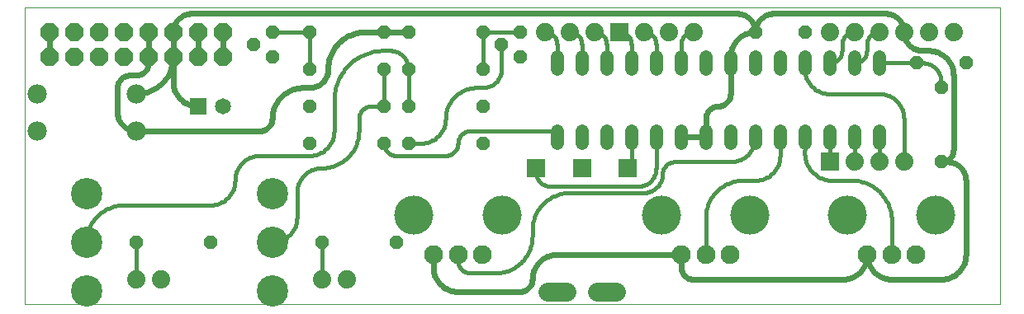
<source format=gtl>
G75*
G70*
%OFA0B0*%
%FSLAX24Y24*%
%IPPOS*%
%LPD*%
%AMOC8*
5,1,8,0,0,1.08239X$1,22.5*
%
%ADD10C,0.0000*%
%ADD11C,0.0520*%
%ADD12C,0.0740*%
%ADD13OC8,0.0520*%
%ADD14C,0.0780*%
%ADD15C,0.0650*%
%ADD16R,0.0650X0.0650*%
%ADD17C,0.1266*%
%ADD18C,0.0760*%
%ADD19C,0.1575*%
%ADD20OC8,0.0740*%
%ADD21R,0.0740X0.0740*%
%ADD22R,0.0768X0.0768*%
%ADD23C,0.0768*%
%ADD24C,0.0160*%
%ADD25C,0.0240*%
D10*
X000300Y006368D02*
X000300Y018368D01*
X039670Y018368D01*
X039670Y006368D01*
X000300Y006368D01*
D11*
X021800Y012858D02*
X021800Y013378D01*
X022800Y013378D02*
X022800Y012858D01*
X023800Y012858D02*
X023800Y013378D01*
X024800Y013378D02*
X024800Y012858D01*
X025800Y012858D02*
X025800Y013378D01*
X026800Y013378D02*
X026800Y012858D01*
X027800Y012858D02*
X027800Y013378D01*
X028800Y013378D02*
X028800Y012858D01*
X029800Y012858D02*
X029800Y013378D01*
X030800Y013378D02*
X030800Y012858D01*
X031800Y012858D02*
X031800Y013378D01*
X032800Y013378D02*
X032800Y012858D01*
X033800Y012858D02*
X033800Y013378D01*
X034800Y013378D02*
X034800Y012858D01*
X034800Y015858D02*
X034800Y016378D01*
X033800Y016378D02*
X033800Y015858D01*
X032800Y015858D02*
X032800Y016378D01*
X031800Y016378D02*
X031800Y015858D01*
X030800Y015858D02*
X030800Y016378D01*
X029800Y016378D02*
X029800Y015858D01*
X028800Y015858D02*
X028800Y016378D01*
X027800Y016378D02*
X027800Y015858D01*
X026800Y015858D02*
X026800Y016378D01*
X025800Y016378D02*
X025800Y015858D01*
X024800Y015858D02*
X024800Y016378D01*
X023800Y016378D02*
X023800Y015858D01*
X022800Y015858D02*
X022800Y016378D01*
X021800Y016378D02*
X021800Y015858D01*
D12*
X021300Y017368D03*
X022300Y017368D03*
X023300Y017368D03*
X025300Y017368D03*
X026300Y017368D03*
X027300Y017368D03*
X032800Y017368D03*
X033800Y017368D03*
X034800Y017368D03*
X035800Y017368D03*
X036800Y017368D03*
X037800Y017368D03*
X035800Y012118D03*
X034800Y012118D03*
X033800Y012118D03*
X013300Y007368D03*
X012300Y007368D03*
X005800Y007368D03*
X004800Y007368D03*
D13*
X004800Y008868D03*
X007800Y008868D03*
X012300Y008868D03*
X015300Y008868D03*
X014800Y012868D03*
X015800Y012868D03*
X015800Y014368D03*
X014800Y014368D03*
X011800Y014368D03*
X011800Y012868D03*
X011800Y015868D03*
X010300Y016368D03*
X009550Y016868D03*
X010300Y017368D03*
X011800Y017368D03*
X014800Y017368D03*
X015800Y017368D03*
X015800Y015868D03*
X014800Y015868D03*
X018800Y015868D03*
X019550Y016868D03*
X020300Y016368D03*
X020300Y017368D03*
X018800Y017368D03*
X018800Y014368D03*
X018800Y012868D03*
X029800Y017368D03*
X031800Y017368D03*
X036300Y016118D03*
X037300Y015118D03*
X038300Y016118D03*
X037300Y012118D03*
D14*
X004800Y013368D03*
X004800Y014868D03*
X000800Y014868D03*
X000800Y013368D03*
D15*
X008300Y014368D03*
D16*
X007300Y014368D03*
D17*
X010300Y010836D03*
X010300Y008868D03*
X010300Y006899D03*
X002800Y006899D03*
X002800Y008868D03*
X002800Y010836D03*
D18*
X016816Y008353D03*
X017800Y008353D03*
X018784Y008353D03*
X026816Y008353D03*
X027800Y008353D03*
X028784Y008353D03*
X034316Y008353D03*
X035300Y008353D03*
X036284Y008353D03*
D19*
X037072Y009968D03*
X033528Y009968D03*
X029572Y009968D03*
X026028Y009968D03*
X019572Y009968D03*
X016028Y009968D03*
D20*
X008300Y016368D03*
X007300Y016368D03*
X006300Y016368D03*
X005300Y016368D03*
X004300Y016368D03*
X003300Y016368D03*
X002300Y016368D03*
X001300Y016368D03*
X001300Y017368D03*
X002300Y017368D03*
X003300Y017368D03*
X004300Y017368D03*
X005300Y017368D03*
X006300Y017368D03*
X007300Y017368D03*
X008300Y017368D03*
D21*
X024300Y017368D03*
X032800Y012118D03*
D22*
X024650Y011868D03*
X022800Y011868D03*
X020950Y011868D03*
D23*
X021416Y006868D02*
X022184Y006868D01*
X023416Y006868D02*
X024184Y006868D01*
D24*
X027800Y008353D02*
X027800Y009868D01*
X027802Y009944D01*
X027808Y010020D01*
X027817Y010095D01*
X027831Y010170D01*
X027848Y010244D01*
X027869Y010317D01*
X027893Y010389D01*
X027922Y010460D01*
X027953Y010529D01*
X027988Y010596D01*
X028027Y010661D01*
X028069Y010725D01*
X028114Y010786D01*
X028162Y010845D01*
X028213Y010901D01*
X028267Y010955D01*
X028323Y011006D01*
X028382Y011054D01*
X028443Y011099D01*
X028507Y011141D01*
X028572Y011180D01*
X028639Y011215D01*
X028708Y011246D01*
X028779Y011275D01*
X028851Y011299D01*
X028924Y011320D01*
X028998Y011337D01*
X029073Y011351D01*
X029148Y011360D01*
X029224Y011366D01*
X029300Y011368D01*
X029800Y011368D01*
X028800Y012118D02*
X026550Y012118D01*
X025800Y011868D02*
X025800Y013118D01*
X024800Y013118D02*
X024800Y012018D01*
X024798Y011995D01*
X024793Y011972D01*
X024784Y011950D01*
X024771Y011930D01*
X024756Y011912D01*
X024738Y011897D01*
X024718Y011884D01*
X024696Y011875D01*
X024673Y011870D01*
X024650Y011868D01*
X025050Y011118D02*
X025104Y011120D01*
X025157Y011126D01*
X025209Y011135D01*
X025261Y011148D01*
X025312Y011165D01*
X025362Y011186D01*
X025409Y011210D01*
X025455Y011237D01*
X025499Y011268D01*
X025541Y011301D01*
X025580Y011338D01*
X025617Y011377D01*
X025650Y011419D01*
X025681Y011463D01*
X025708Y011509D01*
X025732Y011556D01*
X025753Y011606D01*
X025770Y011657D01*
X025783Y011709D01*
X025792Y011761D01*
X025798Y011814D01*
X025800Y011868D01*
X026050Y011618D02*
X026048Y011564D01*
X026042Y011511D01*
X026033Y011459D01*
X026020Y011407D01*
X026003Y011356D01*
X025982Y011306D01*
X025958Y011259D01*
X025931Y011213D01*
X025900Y011169D01*
X025867Y011127D01*
X025830Y011088D01*
X025791Y011051D01*
X025749Y011018D01*
X025705Y010987D01*
X025659Y010960D01*
X025612Y010936D01*
X025562Y010915D01*
X025511Y010898D01*
X025459Y010885D01*
X025407Y010876D01*
X025354Y010870D01*
X025300Y010868D01*
X022300Y010868D01*
X021550Y011118D02*
X025050Y011118D01*
X026050Y011618D02*
X026052Y011662D01*
X026058Y011705D01*
X026067Y011747D01*
X026080Y011789D01*
X026097Y011829D01*
X026117Y011868D01*
X026140Y011905D01*
X026167Y011939D01*
X026196Y011972D01*
X026229Y012001D01*
X026263Y012028D01*
X026300Y012051D01*
X026339Y012071D01*
X026379Y012088D01*
X026421Y012101D01*
X026463Y012110D01*
X026506Y012116D01*
X026550Y012118D01*
X028800Y012118D02*
X028860Y012120D01*
X028921Y012125D01*
X028980Y012134D01*
X029039Y012147D01*
X029098Y012163D01*
X029155Y012183D01*
X029210Y012206D01*
X029265Y012233D01*
X029317Y012262D01*
X029368Y012295D01*
X029417Y012331D01*
X029463Y012369D01*
X029507Y012411D01*
X029549Y012455D01*
X029587Y012501D01*
X029623Y012550D01*
X029656Y012601D01*
X029685Y012653D01*
X029712Y012708D01*
X029735Y012763D01*
X029755Y012820D01*
X029771Y012879D01*
X029784Y012938D01*
X029793Y012997D01*
X029798Y013058D01*
X029800Y013118D01*
X030800Y013118D02*
X030800Y012368D01*
X031800Y012618D02*
X031800Y013118D01*
X032800Y013118D02*
X032800Y012118D01*
X032800Y011368D02*
X032735Y011377D01*
X032670Y011390D01*
X032607Y011407D01*
X032544Y011427D01*
X032483Y011451D01*
X032423Y011479D01*
X032365Y011509D01*
X032308Y011544D01*
X032254Y011581D01*
X032202Y011622D01*
X032153Y011665D01*
X032106Y011711D01*
X032062Y011760D01*
X032021Y011812D01*
X031983Y011866D01*
X031948Y011921D01*
X031916Y011979D01*
X031888Y012039D01*
X031863Y012100D01*
X031842Y012162D01*
X031825Y012226D01*
X031811Y012290D01*
X031801Y012355D01*
X031795Y012421D01*
X031793Y012487D01*
X031795Y012552D01*
X031800Y012618D01*
X030800Y012368D02*
X030798Y012308D01*
X030793Y012247D01*
X030784Y012188D01*
X030771Y012129D01*
X030755Y012070D01*
X030735Y012013D01*
X030712Y011958D01*
X030685Y011903D01*
X030656Y011851D01*
X030623Y011800D01*
X030587Y011751D01*
X030549Y011705D01*
X030507Y011661D01*
X030463Y011619D01*
X030417Y011581D01*
X030368Y011545D01*
X030317Y011512D01*
X030265Y011483D01*
X030210Y011456D01*
X030155Y011433D01*
X030098Y011413D01*
X030039Y011397D01*
X029980Y011384D01*
X029921Y011375D01*
X029860Y011370D01*
X029800Y011368D01*
X032800Y011368D02*
X033800Y011368D01*
X033800Y012118D02*
X033800Y013118D01*
X034800Y013118D02*
X034800Y012118D01*
X035800Y012118D02*
X035800Y013868D01*
X035798Y013928D01*
X035793Y013989D01*
X035784Y014048D01*
X035771Y014107D01*
X035755Y014166D01*
X035735Y014223D01*
X035712Y014278D01*
X035685Y014333D01*
X035656Y014385D01*
X035623Y014436D01*
X035587Y014485D01*
X035549Y014531D01*
X035507Y014575D01*
X035463Y014617D01*
X035417Y014655D01*
X035368Y014691D01*
X035317Y014724D01*
X035265Y014753D01*
X035210Y014780D01*
X035155Y014803D01*
X035098Y014823D01*
X035039Y014839D01*
X034980Y014852D01*
X034921Y014861D01*
X034860Y014866D01*
X034800Y014868D01*
X032800Y014868D01*
X032740Y014870D01*
X032679Y014875D01*
X032620Y014884D01*
X032561Y014897D01*
X032502Y014913D01*
X032445Y014933D01*
X032390Y014956D01*
X032335Y014983D01*
X032283Y015012D01*
X032232Y015045D01*
X032183Y015081D01*
X032137Y015119D01*
X032093Y015161D01*
X032051Y015205D01*
X032013Y015251D01*
X031977Y015300D01*
X031944Y015351D01*
X031915Y015403D01*
X031888Y015458D01*
X031865Y015513D01*
X031845Y015570D01*
X031829Y015629D01*
X031816Y015688D01*
X031807Y015747D01*
X031802Y015808D01*
X031800Y015868D01*
X031800Y016118D01*
X032800Y016118D02*
X032844Y016120D01*
X032887Y016126D01*
X032929Y016135D01*
X032971Y016148D01*
X033011Y016165D01*
X033050Y016185D01*
X033087Y016208D01*
X033121Y016235D01*
X033154Y016264D01*
X033183Y016297D01*
X033210Y016331D01*
X033233Y016368D01*
X033253Y016407D01*
X033270Y016447D01*
X033283Y016489D01*
X033292Y016531D01*
X033298Y016574D01*
X033300Y016618D01*
X033300Y016868D01*
X033302Y016912D01*
X033308Y016955D01*
X033317Y016997D01*
X033330Y017039D01*
X033347Y017079D01*
X033367Y017118D01*
X033390Y017155D01*
X033417Y017189D01*
X033446Y017222D01*
X033479Y017251D01*
X033513Y017278D01*
X033550Y017301D01*
X033589Y017321D01*
X033629Y017338D01*
X033671Y017351D01*
X033713Y017360D01*
X033756Y017366D01*
X033800Y017368D01*
X034300Y016868D02*
X034300Y016618D01*
X034298Y016574D01*
X034292Y016531D01*
X034283Y016489D01*
X034270Y016447D01*
X034253Y016407D01*
X034233Y016368D01*
X034210Y016331D01*
X034183Y016297D01*
X034154Y016264D01*
X034121Y016235D01*
X034087Y016208D01*
X034050Y016185D01*
X034011Y016165D01*
X033971Y016148D01*
X033929Y016135D01*
X033887Y016126D01*
X033844Y016120D01*
X033800Y016118D01*
X034800Y016118D02*
X036300Y016118D01*
X036550Y016118D01*
X036604Y016116D01*
X036657Y016110D01*
X036709Y016101D01*
X036761Y016088D01*
X036812Y016071D01*
X036862Y016050D01*
X036909Y016026D01*
X036955Y015999D01*
X036999Y015968D01*
X037041Y015935D01*
X037080Y015898D01*
X037117Y015859D01*
X037150Y015817D01*
X037181Y015773D01*
X037208Y015727D01*
X037232Y015680D01*
X037253Y015630D01*
X037270Y015579D01*
X037283Y015527D01*
X037292Y015475D01*
X037298Y015422D01*
X037300Y015368D01*
X037300Y015118D01*
X034800Y017368D02*
X034756Y017366D01*
X034713Y017360D01*
X034671Y017351D01*
X034629Y017338D01*
X034589Y017321D01*
X034550Y017301D01*
X034513Y017278D01*
X034479Y017251D01*
X034446Y017222D01*
X034417Y017189D01*
X034390Y017155D01*
X034367Y017118D01*
X034347Y017079D01*
X034330Y017039D01*
X034317Y016997D01*
X034308Y016955D01*
X034302Y016912D01*
X034300Y016868D01*
X027300Y017368D02*
X027256Y017366D01*
X027213Y017360D01*
X027171Y017351D01*
X027129Y017338D01*
X027089Y017321D01*
X027050Y017301D01*
X027013Y017278D01*
X026979Y017251D01*
X026946Y017222D01*
X026917Y017189D01*
X026890Y017155D01*
X026867Y017118D01*
X026847Y017079D01*
X026830Y017039D01*
X026817Y016997D01*
X026808Y016955D01*
X026802Y016912D01*
X026800Y016868D01*
X026800Y016118D01*
X025800Y016118D02*
X025800Y016868D01*
X025798Y016912D01*
X025792Y016955D01*
X025783Y016997D01*
X025770Y017039D01*
X025753Y017079D01*
X025733Y017118D01*
X025710Y017155D01*
X025683Y017189D01*
X025654Y017222D01*
X025621Y017251D01*
X025587Y017278D01*
X025550Y017301D01*
X025511Y017321D01*
X025471Y017338D01*
X025429Y017351D01*
X025387Y017360D01*
X025344Y017366D01*
X025300Y017368D01*
X024800Y016868D02*
X024800Y016118D01*
X024800Y016868D02*
X024798Y016912D01*
X024792Y016955D01*
X024783Y016997D01*
X024770Y017039D01*
X024753Y017079D01*
X024733Y017118D01*
X024710Y017155D01*
X024683Y017189D01*
X024654Y017222D01*
X024621Y017251D01*
X024587Y017278D01*
X024550Y017301D01*
X024511Y017321D01*
X024471Y017338D01*
X024429Y017351D01*
X024387Y017360D01*
X024344Y017366D01*
X024300Y017368D01*
X023800Y016868D02*
X023800Y016118D01*
X022800Y016118D02*
X022800Y016868D01*
X022798Y016912D01*
X022792Y016955D01*
X022783Y016997D01*
X022770Y017039D01*
X022753Y017079D01*
X022733Y017118D01*
X022710Y017155D01*
X022683Y017189D01*
X022654Y017222D01*
X022621Y017251D01*
X022587Y017278D01*
X022550Y017301D01*
X022511Y017321D01*
X022471Y017338D01*
X022429Y017351D01*
X022387Y017360D01*
X022344Y017366D01*
X022300Y017368D01*
X021800Y016868D02*
X021800Y016118D01*
X021800Y016868D02*
X021798Y016912D01*
X021792Y016955D01*
X021783Y016997D01*
X021770Y017039D01*
X021753Y017079D01*
X021733Y017118D01*
X021710Y017155D01*
X021683Y017189D01*
X021654Y017222D01*
X021621Y017251D01*
X021587Y017278D01*
X021550Y017301D01*
X021511Y017321D01*
X021471Y017338D01*
X021429Y017351D01*
X021387Y017360D01*
X021344Y017366D01*
X021300Y017368D01*
X020300Y017368D02*
X018800Y017368D01*
X018800Y015868D01*
X018800Y015118D02*
X018854Y015120D01*
X018907Y015126D01*
X018959Y015135D01*
X019011Y015148D01*
X019062Y015165D01*
X019112Y015186D01*
X019159Y015210D01*
X019205Y015237D01*
X019249Y015268D01*
X019291Y015301D01*
X019330Y015338D01*
X019367Y015377D01*
X019400Y015419D01*
X019431Y015463D01*
X019458Y015509D01*
X019482Y015556D01*
X019503Y015606D01*
X019520Y015657D01*
X019533Y015709D01*
X019542Y015761D01*
X019548Y015814D01*
X019550Y015868D01*
X019550Y016868D01*
X018800Y015118D02*
X018550Y015118D01*
X018482Y015116D01*
X018415Y015111D01*
X018348Y015102D01*
X018281Y015089D01*
X018216Y015072D01*
X018151Y015053D01*
X018087Y015029D01*
X018025Y015002D01*
X017964Y014972D01*
X017906Y014939D01*
X017849Y014903D01*
X017794Y014863D01*
X017741Y014821D01*
X017690Y014775D01*
X017643Y014728D01*
X017597Y014677D01*
X017555Y014624D01*
X017515Y014569D01*
X017479Y014512D01*
X017446Y014454D01*
X017416Y014393D01*
X017389Y014331D01*
X017365Y014267D01*
X017346Y014202D01*
X017329Y014137D01*
X017316Y014070D01*
X017307Y014003D01*
X017302Y013936D01*
X017300Y013868D01*
X017298Y013808D01*
X017293Y013747D01*
X017284Y013688D01*
X017271Y013629D01*
X017255Y013570D01*
X017235Y013513D01*
X017212Y013458D01*
X017185Y013403D01*
X017156Y013351D01*
X017123Y013300D01*
X017087Y013251D01*
X017049Y013205D01*
X017007Y013161D01*
X016963Y013119D01*
X016917Y013081D01*
X016868Y013045D01*
X016817Y013012D01*
X016765Y012983D01*
X016710Y012956D01*
X016655Y012933D01*
X016598Y012913D01*
X016539Y012897D01*
X016480Y012884D01*
X016421Y012875D01*
X016360Y012870D01*
X016300Y012868D01*
X015800Y012868D01*
X015300Y012368D02*
X015256Y012370D01*
X015213Y012376D01*
X015171Y012385D01*
X015129Y012398D01*
X015089Y012415D01*
X015050Y012435D01*
X015013Y012458D01*
X014979Y012485D01*
X014946Y012514D01*
X014917Y012547D01*
X014890Y012581D01*
X014867Y012618D01*
X014847Y012657D01*
X014830Y012697D01*
X014817Y012739D01*
X014808Y012781D01*
X014802Y012824D01*
X014800Y012868D01*
X015300Y012368D02*
X017300Y012368D01*
X017344Y012370D01*
X017387Y012376D01*
X017429Y012385D01*
X017471Y012398D01*
X017511Y012415D01*
X017550Y012435D01*
X017587Y012458D01*
X017621Y012485D01*
X017654Y012514D01*
X017683Y012547D01*
X017710Y012581D01*
X017733Y012618D01*
X017753Y012657D01*
X017770Y012697D01*
X017783Y012739D01*
X017792Y012781D01*
X017798Y012824D01*
X017800Y012868D01*
X017802Y012912D01*
X017808Y012955D01*
X017817Y012997D01*
X017830Y013039D01*
X017847Y013079D01*
X017867Y013118D01*
X017890Y013155D01*
X017917Y013189D01*
X017946Y013222D01*
X017979Y013251D01*
X018013Y013278D01*
X018050Y013301D01*
X018089Y013321D01*
X018129Y013338D01*
X018171Y013351D01*
X018213Y013360D01*
X018256Y013366D01*
X018300Y013368D01*
X021550Y013368D01*
X021580Y013366D01*
X021610Y013361D01*
X021639Y013352D01*
X021666Y013339D01*
X021692Y013324D01*
X021716Y013305D01*
X021737Y013284D01*
X021756Y013260D01*
X021771Y013234D01*
X021784Y013207D01*
X021793Y013178D01*
X021798Y013148D01*
X021800Y013118D01*
X020950Y011868D02*
X020950Y011718D01*
X020952Y011671D01*
X020957Y011624D01*
X020967Y011578D01*
X020979Y011533D01*
X020996Y011488D01*
X021015Y011446D01*
X021038Y011405D01*
X021065Y011365D01*
X021094Y011328D01*
X021126Y011294D01*
X021160Y011262D01*
X021197Y011233D01*
X021237Y011206D01*
X021278Y011183D01*
X021320Y011164D01*
X021365Y011147D01*
X021410Y011135D01*
X021456Y011125D01*
X021503Y011120D01*
X021550Y011118D01*
X020800Y009368D02*
X020800Y009118D01*
X020798Y009042D01*
X020792Y008966D01*
X020783Y008891D01*
X020769Y008816D01*
X020752Y008742D01*
X020731Y008669D01*
X020707Y008597D01*
X020678Y008526D01*
X020647Y008457D01*
X020612Y008390D01*
X020573Y008325D01*
X020531Y008261D01*
X020486Y008200D01*
X020438Y008141D01*
X020387Y008085D01*
X020333Y008031D01*
X020277Y007980D01*
X020218Y007932D01*
X020157Y007887D01*
X020093Y007845D01*
X020028Y007806D01*
X019961Y007771D01*
X019892Y007740D01*
X019821Y007711D01*
X019749Y007687D01*
X019676Y007666D01*
X019602Y007649D01*
X019527Y007635D01*
X019452Y007626D01*
X019376Y007620D01*
X019300Y007618D01*
X018300Y007618D01*
X018256Y007620D01*
X018213Y007626D01*
X018171Y007635D01*
X018129Y007648D01*
X018089Y007665D01*
X018050Y007685D01*
X018013Y007708D01*
X017979Y007735D01*
X017946Y007764D01*
X017917Y007797D01*
X017890Y007831D01*
X017867Y007868D01*
X017847Y007907D01*
X017830Y007947D01*
X017817Y007989D01*
X017808Y008031D01*
X017802Y008074D01*
X017800Y008118D01*
X017800Y008353D01*
X020800Y009368D02*
X020802Y009444D01*
X020808Y009520D01*
X020817Y009595D01*
X020831Y009670D01*
X020848Y009744D01*
X020869Y009817D01*
X020893Y009889D01*
X020922Y009960D01*
X020953Y010029D01*
X020988Y010096D01*
X021027Y010161D01*
X021069Y010225D01*
X021114Y010286D01*
X021162Y010345D01*
X021213Y010401D01*
X021267Y010455D01*
X021323Y010506D01*
X021382Y010554D01*
X021443Y010599D01*
X021507Y010641D01*
X021572Y010680D01*
X021639Y010715D01*
X021708Y010746D01*
X021779Y010775D01*
X021851Y010799D01*
X021924Y010820D01*
X021998Y010837D01*
X022073Y010851D01*
X022148Y010860D01*
X022224Y010866D01*
X022300Y010868D01*
X015800Y014368D02*
X015800Y015868D01*
X015798Y015922D01*
X015792Y015975D01*
X015783Y016027D01*
X015770Y016079D01*
X015753Y016130D01*
X015732Y016180D01*
X015708Y016227D01*
X015681Y016273D01*
X015650Y016317D01*
X015617Y016359D01*
X015580Y016398D01*
X015541Y016435D01*
X015499Y016468D01*
X015455Y016499D01*
X015409Y016526D01*
X015362Y016550D01*
X015312Y016571D01*
X015261Y016588D01*
X015209Y016601D01*
X015157Y016610D01*
X015104Y016616D01*
X015050Y016618D01*
X014800Y016618D01*
X014800Y015868D02*
X014800Y014368D01*
X014300Y014368D01*
X014256Y014366D01*
X014213Y014360D01*
X014171Y014351D01*
X014129Y014338D01*
X014089Y014321D01*
X014050Y014301D01*
X014013Y014278D01*
X013979Y014251D01*
X013946Y014222D01*
X013917Y014189D01*
X013890Y014155D01*
X013867Y014118D01*
X013847Y014079D01*
X013830Y014039D01*
X013817Y013997D01*
X013808Y013955D01*
X013802Y013912D01*
X013800Y013868D01*
X013800Y013368D01*
X012800Y013368D02*
X012800Y014618D01*
X012802Y014713D01*
X012809Y014808D01*
X012820Y014903D01*
X012836Y014997D01*
X012856Y015090D01*
X012881Y015181D01*
X012910Y015272D01*
X012943Y015361D01*
X012981Y015449D01*
X013022Y015534D01*
X013068Y015618D01*
X013117Y015699D01*
X013171Y015778D01*
X013228Y015854D01*
X013289Y015928D01*
X013353Y015998D01*
X013420Y016065D01*
X013490Y016129D01*
X013564Y016190D01*
X013640Y016247D01*
X013719Y016301D01*
X013800Y016350D01*
X013884Y016396D01*
X013969Y016437D01*
X014057Y016475D01*
X014146Y016508D01*
X014237Y016537D01*
X014328Y016562D01*
X014421Y016582D01*
X014515Y016598D01*
X014610Y016609D01*
X014705Y016616D01*
X014800Y016618D01*
X011800Y017368D02*
X011800Y015868D01*
X011800Y017368D02*
X010300Y017368D01*
X012800Y013368D02*
X012798Y013308D01*
X012793Y013247D01*
X012784Y013188D01*
X012771Y013129D01*
X012755Y013070D01*
X012735Y013013D01*
X012712Y012958D01*
X012685Y012903D01*
X012656Y012851D01*
X012623Y012800D01*
X012587Y012751D01*
X012549Y012705D01*
X012507Y012661D01*
X012463Y012619D01*
X012417Y012581D01*
X012368Y012545D01*
X012317Y012512D01*
X012265Y012483D01*
X012210Y012456D01*
X012155Y012433D01*
X012098Y012413D01*
X012039Y012397D01*
X011980Y012384D01*
X011921Y012375D01*
X011860Y012370D01*
X011800Y012368D01*
X009800Y012368D01*
X009740Y012366D01*
X009679Y012361D01*
X009620Y012352D01*
X009561Y012339D01*
X009502Y012323D01*
X009445Y012303D01*
X009390Y012280D01*
X009335Y012253D01*
X009283Y012224D01*
X009232Y012191D01*
X009183Y012155D01*
X009137Y012117D01*
X009093Y012075D01*
X009051Y012031D01*
X009013Y011985D01*
X008977Y011936D01*
X008944Y011885D01*
X008915Y011833D01*
X008888Y011778D01*
X008865Y011723D01*
X008845Y011666D01*
X008829Y011607D01*
X008816Y011548D01*
X008807Y011489D01*
X008802Y011428D01*
X008800Y011368D01*
X008798Y011308D01*
X008793Y011247D01*
X008784Y011188D01*
X008771Y011129D01*
X008755Y011070D01*
X008735Y011013D01*
X008712Y010958D01*
X008685Y010903D01*
X008656Y010851D01*
X008623Y010800D01*
X008587Y010751D01*
X008549Y010705D01*
X008507Y010661D01*
X008463Y010619D01*
X008417Y010581D01*
X008368Y010545D01*
X008317Y010512D01*
X008265Y010483D01*
X008210Y010456D01*
X008155Y010433D01*
X008098Y010413D01*
X008039Y010397D01*
X007980Y010384D01*
X007921Y010375D01*
X007860Y010370D01*
X007800Y010368D01*
X004300Y010368D01*
X004224Y010366D01*
X004148Y010360D01*
X004073Y010351D01*
X003998Y010337D01*
X003924Y010320D01*
X003851Y010299D01*
X003779Y010275D01*
X003708Y010246D01*
X003639Y010215D01*
X003572Y010180D01*
X003507Y010141D01*
X003443Y010099D01*
X003382Y010054D01*
X003323Y010006D01*
X003267Y009955D01*
X003213Y009901D01*
X003162Y009845D01*
X003114Y009786D01*
X003069Y009725D01*
X003027Y009661D01*
X002988Y009596D01*
X002953Y009529D01*
X002922Y009460D01*
X002893Y009389D01*
X002869Y009317D01*
X002848Y009244D01*
X002831Y009170D01*
X002817Y009095D01*
X002808Y009020D01*
X002802Y008944D01*
X002800Y008868D01*
X004800Y008868D02*
X004800Y007368D01*
X010300Y008868D02*
X010360Y008870D01*
X010421Y008875D01*
X010480Y008884D01*
X010539Y008897D01*
X010598Y008913D01*
X010655Y008933D01*
X010710Y008956D01*
X010765Y008983D01*
X010817Y009012D01*
X010868Y009045D01*
X010917Y009081D01*
X010963Y009119D01*
X011007Y009161D01*
X011049Y009205D01*
X011087Y009251D01*
X011123Y009300D01*
X011156Y009351D01*
X011185Y009403D01*
X011212Y009458D01*
X011235Y009513D01*
X011255Y009570D01*
X011271Y009629D01*
X011284Y009688D01*
X011293Y009747D01*
X011298Y009808D01*
X011300Y009868D01*
X011300Y010868D01*
X011302Y010928D01*
X011307Y010989D01*
X011316Y011048D01*
X011329Y011107D01*
X011345Y011166D01*
X011365Y011223D01*
X011388Y011278D01*
X011415Y011333D01*
X011444Y011385D01*
X011477Y011436D01*
X011513Y011485D01*
X011551Y011531D01*
X011593Y011575D01*
X011637Y011617D01*
X011683Y011655D01*
X011732Y011691D01*
X011783Y011724D01*
X011835Y011753D01*
X011890Y011780D01*
X011945Y011803D01*
X012002Y011823D01*
X012061Y011839D01*
X012120Y011852D01*
X012179Y011861D01*
X012240Y011866D01*
X012300Y011868D01*
X012376Y011870D01*
X012452Y011876D01*
X012527Y011885D01*
X012602Y011899D01*
X012676Y011916D01*
X012749Y011937D01*
X012821Y011961D01*
X012892Y011990D01*
X012961Y012021D01*
X013028Y012056D01*
X013093Y012095D01*
X013157Y012137D01*
X013218Y012182D01*
X013277Y012230D01*
X013333Y012281D01*
X013387Y012335D01*
X013438Y012391D01*
X013486Y012450D01*
X013531Y012511D01*
X013573Y012575D01*
X013612Y012640D01*
X013647Y012707D01*
X013678Y012776D01*
X013707Y012847D01*
X013731Y012919D01*
X013752Y012992D01*
X013769Y013066D01*
X013783Y013141D01*
X013792Y013216D01*
X013798Y013292D01*
X013800Y013368D01*
X012300Y008868D02*
X012300Y007368D01*
X023300Y017368D02*
X023344Y017366D01*
X023387Y017360D01*
X023429Y017351D01*
X023471Y017338D01*
X023511Y017321D01*
X023550Y017301D01*
X023587Y017278D01*
X023621Y017251D01*
X023654Y017222D01*
X023683Y017189D01*
X023710Y017155D01*
X023733Y017118D01*
X023753Y017079D01*
X023770Y017039D01*
X023783Y016997D01*
X023792Y016955D01*
X023798Y016912D01*
X023800Y016868D01*
X033800Y011368D02*
X033880Y011360D01*
X033959Y011348D01*
X034037Y011332D01*
X034115Y011313D01*
X034191Y011289D01*
X034266Y011262D01*
X034340Y011231D01*
X034412Y011197D01*
X034483Y011159D01*
X034551Y011117D01*
X034618Y011073D01*
X034682Y011025D01*
X034744Y010974D01*
X034803Y010920D01*
X034859Y010863D01*
X034913Y010804D01*
X034963Y010742D01*
X035011Y010677D01*
X035055Y010611D01*
X035096Y010542D01*
X035133Y010471D01*
X035167Y010399D01*
X035198Y010325D01*
X035224Y010249D01*
X035247Y010173D01*
X035267Y010095D01*
X035282Y010017D01*
X035293Y009937D01*
X035301Y009858D01*
X035305Y009778D01*
X035304Y009698D01*
X035300Y009618D01*
X035300Y008353D01*
D25*
X034316Y008352D02*
X034318Y008290D01*
X034324Y008229D01*
X034333Y008168D01*
X034347Y008107D01*
X034364Y008048D01*
X034385Y007990D01*
X034410Y007933D01*
X034438Y007878D01*
X034469Y007825D01*
X034504Y007774D01*
X034542Y007725D01*
X034583Y007678D01*
X034626Y007635D01*
X034673Y007594D01*
X034722Y007556D01*
X034773Y007521D01*
X034826Y007490D01*
X034881Y007462D01*
X034938Y007437D01*
X034996Y007416D01*
X035055Y007399D01*
X035116Y007385D01*
X035177Y007376D01*
X035238Y007370D01*
X035300Y007368D01*
X037300Y007368D01*
X037360Y007370D01*
X037421Y007375D01*
X037480Y007384D01*
X037539Y007397D01*
X037598Y007413D01*
X037655Y007433D01*
X037710Y007456D01*
X037765Y007483D01*
X037817Y007512D01*
X037868Y007545D01*
X037917Y007581D01*
X037963Y007619D01*
X038007Y007661D01*
X038049Y007705D01*
X038087Y007751D01*
X038123Y007800D01*
X038156Y007851D01*
X038185Y007903D01*
X038212Y007958D01*
X038235Y008013D01*
X038255Y008070D01*
X038271Y008129D01*
X038284Y008188D01*
X038293Y008247D01*
X038298Y008308D01*
X038300Y008368D01*
X038300Y011368D01*
X038298Y011422D01*
X038292Y011475D01*
X038283Y011527D01*
X038270Y011579D01*
X038253Y011630D01*
X038232Y011680D01*
X038208Y011727D01*
X038181Y011773D01*
X038150Y011817D01*
X038117Y011859D01*
X038080Y011898D01*
X038041Y011935D01*
X037999Y011968D01*
X037955Y011999D01*
X037909Y012026D01*
X037862Y012050D01*
X037812Y012071D01*
X037761Y012088D01*
X037709Y012101D01*
X037657Y012110D01*
X037604Y012116D01*
X037550Y012118D01*
X037300Y012118D01*
X037344Y012120D01*
X037387Y012126D01*
X037429Y012135D01*
X037471Y012148D01*
X037511Y012165D01*
X037550Y012185D01*
X037587Y012208D01*
X037621Y012235D01*
X037654Y012264D01*
X037683Y012297D01*
X037710Y012331D01*
X037733Y012368D01*
X037753Y012407D01*
X037770Y012447D01*
X037783Y012489D01*
X037792Y012531D01*
X037798Y012574D01*
X037800Y012618D01*
X037800Y015618D01*
X037798Y015678D01*
X037793Y015739D01*
X037784Y015798D01*
X037771Y015857D01*
X037755Y015916D01*
X037735Y015973D01*
X037712Y016028D01*
X037685Y016083D01*
X037656Y016135D01*
X037623Y016186D01*
X037587Y016235D01*
X037549Y016281D01*
X037507Y016325D01*
X037463Y016367D01*
X037417Y016405D01*
X037368Y016441D01*
X037317Y016474D01*
X037265Y016503D01*
X037210Y016530D01*
X037155Y016553D01*
X037098Y016573D01*
X037039Y016589D01*
X036980Y016602D01*
X036921Y016611D01*
X036860Y016616D01*
X036800Y016618D01*
X036550Y016618D01*
X036496Y016620D01*
X036443Y016626D01*
X036391Y016635D01*
X036339Y016648D01*
X036288Y016665D01*
X036238Y016686D01*
X036191Y016710D01*
X036145Y016737D01*
X036101Y016768D01*
X036059Y016801D01*
X036020Y016838D01*
X035983Y016877D01*
X035950Y016919D01*
X035919Y016963D01*
X035892Y017009D01*
X035868Y017056D01*
X035847Y017106D01*
X035830Y017157D01*
X035817Y017209D01*
X035808Y017261D01*
X035802Y017314D01*
X035800Y017368D01*
X035798Y017422D01*
X035792Y017475D01*
X035783Y017527D01*
X035770Y017579D01*
X035753Y017630D01*
X035732Y017680D01*
X035708Y017727D01*
X035681Y017773D01*
X035650Y017817D01*
X035617Y017859D01*
X035580Y017898D01*
X035541Y017935D01*
X035499Y017968D01*
X035455Y017999D01*
X035409Y018026D01*
X035362Y018050D01*
X035312Y018071D01*
X035261Y018088D01*
X035209Y018101D01*
X035157Y018110D01*
X035104Y018116D01*
X035050Y018118D01*
X030550Y018118D01*
X030496Y018116D01*
X030443Y018110D01*
X030391Y018101D01*
X030339Y018088D01*
X030288Y018071D01*
X030238Y018050D01*
X030191Y018026D01*
X030145Y017999D01*
X030101Y017968D01*
X030059Y017935D01*
X030020Y017898D01*
X029983Y017859D01*
X029950Y017817D01*
X029919Y017773D01*
X029892Y017727D01*
X029868Y017680D01*
X029847Y017630D01*
X029830Y017579D01*
X029817Y017527D01*
X029808Y017475D01*
X029802Y017422D01*
X029800Y017368D01*
X029798Y017422D01*
X029792Y017475D01*
X029783Y017527D01*
X029770Y017579D01*
X029753Y017630D01*
X029732Y017680D01*
X029708Y017727D01*
X029681Y017773D01*
X029650Y017817D01*
X029617Y017859D01*
X029580Y017898D01*
X029541Y017935D01*
X029499Y017968D01*
X029455Y017999D01*
X029409Y018026D01*
X029362Y018050D01*
X029312Y018071D01*
X029261Y018088D01*
X029209Y018101D01*
X029157Y018110D01*
X029104Y018116D01*
X029050Y018118D01*
X007050Y018118D01*
X006996Y018116D01*
X006943Y018110D01*
X006891Y018101D01*
X006839Y018088D01*
X006788Y018071D01*
X006738Y018050D01*
X006691Y018026D01*
X006645Y017999D01*
X006601Y017968D01*
X006559Y017935D01*
X006520Y017898D01*
X006483Y017859D01*
X006450Y017817D01*
X006419Y017773D01*
X006392Y017727D01*
X006368Y017680D01*
X006347Y017630D01*
X006330Y017579D01*
X006317Y017527D01*
X006308Y017475D01*
X006302Y017422D01*
X006300Y017368D01*
X006300Y016368D01*
X006300Y015368D01*
X006302Y015308D01*
X006307Y015247D01*
X006316Y015188D01*
X006329Y015129D01*
X006345Y015070D01*
X006365Y015013D01*
X006388Y014958D01*
X006415Y014903D01*
X006444Y014851D01*
X006477Y014800D01*
X006513Y014751D01*
X006551Y014705D01*
X006593Y014661D01*
X006637Y014619D01*
X006683Y014581D01*
X006732Y014545D01*
X006783Y014512D01*
X006835Y014483D01*
X006890Y014456D01*
X006945Y014433D01*
X007002Y014413D01*
X007061Y014397D01*
X007120Y014384D01*
X007179Y014375D01*
X007240Y014370D01*
X007300Y014368D01*
X009800Y013368D02*
X009844Y013370D01*
X009887Y013376D01*
X009929Y013385D01*
X009971Y013398D01*
X010011Y013415D01*
X010050Y013435D01*
X010087Y013458D01*
X010121Y013485D01*
X010154Y013514D01*
X010183Y013547D01*
X010210Y013581D01*
X010233Y013618D01*
X010253Y013657D01*
X010270Y013697D01*
X010283Y013739D01*
X010292Y013781D01*
X010298Y013824D01*
X010300Y013868D01*
X009800Y013368D02*
X004800Y013368D01*
X004746Y013370D01*
X004693Y013376D01*
X004641Y013385D01*
X004589Y013398D01*
X004538Y013415D01*
X004488Y013436D01*
X004441Y013460D01*
X004395Y013487D01*
X004351Y013518D01*
X004309Y013551D01*
X004270Y013588D01*
X004233Y013627D01*
X004200Y013669D01*
X004169Y013713D01*
X004142Y013759D01*
X004118Y013806D01*
X004097Y013856D01*
X004080Y013907D01*
X004067Y013959D01*
X004058Y014011D01*
X004052Y014064D01*
X004050Y014118D01*
X004050Y015118D01*
X004052Y015162D01*
X004058Y015205D01*
X004067Y015247D01*
X004080Y015289D01*
X004097Y015329D01*
X004117Y015368D01*
X004140Y015405D01*
X004167Y015439D01*
X004196Y015472D01*
X004229Y015501D01*
X004263Y015528D01*
X004300Y015551D01*
X004339Y015571D01*
X004379Y015588D01*
X004421Y015601D01*
X004463Y015610D01*
X004506Y015616D01*
X004550Y015618D01*
X004800Y015618D01*
X004844Y015620D01*
X004887Y015626D01*
X004929Y015635D01*
X004971Y015648D01*
X005011Y015665D01*
X005050Y015685D01*
X005087Y015708D01*
X005121Y015735D01*
X005154Y015764D01*
X005183Y015797D01*
X005210Y015831D01*
X005233Y015868D01*
X005253Y015907D01*
X005270Y015947D01*
X005283Y015989D01*
X005292Y016031D01*
X005298Y016074D01*
X005300Y016118D01*
X005300Y016368D01*
X005300Y017368D01*
X006300Y016368D02*
X006298Y016292D01*
X006292Y016216D01*
X006283Y016141D01*
X006269Y016066D01*
X006252Y015992D01*
X006231Y015919D01*
X006207Y015847D01*
X006178Y015776D01*
X006147Y015707D01*
X006112Y015640D01*
X006073Y015575D01*
X006031Y015511D01*
X005986Y015450D01*
X005938Y015391D01*
X005887Y015335D01*
X005833Y015281D01*
X005777Y015230D01*
X005718Y015182D01*
X005657Y015137D01*
X005593Y015095D01*
X005528Y015056D01*
X005461Y015021D01*
X005392Y014990D01*
X005321Y014961D01*
X005249Y014937D01*
X005176Y014916D01*
X005102Y014899D01*
X005027Y014885D01*
X004952Y014876D01*
X004876Y014870D01*
X004800Y014868D01*
X007300Y016368D02*
X007300Y017368D01*
X008300Y017368D02*
X008300Y016368D01*
X011550Y015118D02*
X011800Y015118D01*
X011854Y015120D01*
X011907Y015126D01*
X011959Y015135D01*
X012011Y015148D01*
X012062Y015165D01*
X012112Y015186D01*
X012159Y015210D01*
X012205Y015237D01*
X012249Y015268D01*
X012291Y015301D01*
X012330Y015338D01*
X012367Y015377D01*
X012400Y015419D01*
X012431Y015463D01*
X012458Y015509D01*
X012482Y015556D01*
X012503Y015606D01*
X012520Y015657D01*
X012533Y015709D01*
X012542Y015761D01*
X012548Y015814D01*
X012550Y015868D01*
X012552Y015944D01*
X012558Y016020D01*
X012567Y016095D01*
X012581Y016170D01*
X012598Y016244D01*
X012619Y016317D01*
X012643Y016389D01*
X012672Y016460D01*
X012703Y016529D01*
X012738Y016596D01*
X012777Y016661D01*
X012819Y016725D01*
X012864Y016786D01*
X012912Y016845D01*
X012963Y016901D01*
X013017Y016955D01*
X013073Y017006D01*
X013132Y017054D01*
X013193Y017099D01*
X013257Y017141D01*
X013322Y017180D01*
X013389Y017215D01*
X013458Y017246D01*
X013529Y017275D01*
X013601Y017299D01*
X013674Y017320D01*
X013748Y017337D01*
X013823Y017351D01*
X013898Y017360D01*
X013974Y017366D01*
X014050Y017368D01*
X014800Y017368D01*
X015800Y017368D01*
X011550Y015118D02*
X011482Y015116D01*
X011415Y015111D01*
X011348Y015102D01*
X011281Y015089D01*
X011216Y015072D01*
X011151Y015053D01*
X011087Y015029D01*
X011025Y015002D01*
X010964Y014972D01*
X010906Y014939D01*
X010849Y014903D01*
X010794Y014863D01*
X010741Y014821D01*
X010690Y014775D01*
X010643Y014728D01*
X010597Y014677D01*
X010555Y014624D01*
X010515Y014569D01*
X010479Y014512D01*
X010446Y014454D01*
X010416Y014393D01*
X010389Y014331D01*
X010365Y014267D01*
X010346Y014202D01*
X010329Y014137D01*
X010316Y014070D01*
X010307Y014003D01*
X010302Y013936D01*
X010300Y013868D01*
X001300Y016368D02*
X001300Y017368D01*
X016800Y008338D02*
X016800Y007868D01*
X016800Y008338D02*
X016801Y008344D01*
X016805Y008349D01*
X016810Y008353D01*
X016816Y008354D01*
X016800Y007868D02*
X016802Y007808D01*
X016807Y007747D01*
X016816Y007688D01*
X016829Y007629D01*
X016845Y007570D01*
X016865Y007513D01*
X016888Y007458D01*
X016915Y007403D01*
X016944Y007351D01*
X016977Y007300D01*
X017013Y007251D01*
X017051Y007205D01*
X017093Y007161D01*
X017137Y007119D01*
X017183Y007081D01*
X017232Y007045D01*
X017283Y007012D01*
X017335Y006983D01*
X017390Y006956D01*
X017445Y006933D01*
X017502Y006913D01*
X017561Y006897D01*
X017620Y006884D01*
X017679Y006875D01*
X017740Y006870D01*
X017800Y006868D01*
X020300Y006868D01*
X020344Y006870D01*
X020387Y006876D01*
X020429Y006885D01*
X020471Y006898D01*
X020511Y006915D01*
X020550Y006935D01*
X020587Y006958D01*
X020621Y006985D01*
X020654Y007014D01*
X020683Y007047D01*
X020710Y007081D01*
X020733Y007118D01*
X020753Y007157D01*
X020770Y007197D01*
X020783Y007239D01*
X020792Y007281D01*
X020798Y007324D01*
X020800Y007368D01*
X020802Y007428D01*
X020807Y007489D01*
X020816Y007548D01*
X020829Y007607D01*
X020845Y007666D01*
X020865Y007723D01*
X020888Y007778D01*
X020915Y007833D01*
X020944Y007885D01*
X020977Y007936D01*
X021013Y007985D01*
X021051Y008031D01*
X021093Y008075D01*
X021137Y008117D01*
X021183Y008155D01*
X021232Y008191D01*
X021283Y008224D01*
X021335Y008253D01*
X021390Y008280D01*
X021445Y008303D01*
X021502Y008323D01*
X021561Y008339D01*
X021620Y008352D01*
X021679Y008361D01*
X021740Y008366D01*
X021800Y008368D01*
X026802Y008368D01*
X026802Y008367D02*
X026807Y008366D01*
X026812Y008363D01*
X026815Y008358D01*
X026816Y008353D01*
X026816Y007883D01*
X026816Y007852D01*
X026800Y007868D02*
X026816Y007883D01*
X026816Y007852D02*
X026818Y007810D01*
X026823Y007768D01*
X026832Y007727D01*
X026845Y007686D01*
X026861Y007647D01*
X026881Y007610D01*
X026904Y007574D01*
X026929Y007541D01*
X026958Y007510D01*
X026989Y007481D01*
X027022Y007456D01*
X027058Y007433D01*
X027095Y007413D01*
X027134Y007397D01*
X027175Y007384D01*
X027216Y007375D01*
X027258Y007370D01*
X027300Y007368D01*
X033330Y007368D01*
X033330Y007367D02*
X033392Y007369D01*
X033454Y007375D01*
X033515Y007384D01*
X033575Y007398D01*
X033635Y007415D01*
X033693Y007436D01*
X033750Y007461D01*
X033805Y007489D01*
X033858Y007520D01*
X033910Y007555D01*
X033959Y007593D01*
X034005Y007634D01*
X034049Y007678D01*
X034090Y007724D01*
X034128Y007773D01*
X034163Y007825D01*
X034194Y007878D01*
X034222Y007933D01*
X034247Y007990D01*
X034268Y008048D01*
X034285Y008108D01*
X034299Y008168D01*
X034308Y008229D01*
X034314Y008291D01*
X034316Y008353D01*
X034316Y008352D01*
X027800Y013118D02*
X026800Y013118D01*
X027800Y013118D02*
X027800Y013868D01*
X027802Y013912D01*
X027808Y013955D01*
X027817Y013997D01*
X027830Y014039D01*
X027847Y014079D01*
X027867Y014118D01*
X027890Y014155D01*
X027917Y014189D01*
X027946Y014222D01*
X027979Y014251D01*
X028013Y014278D01*
X028050Y014301D01*
X028089Y014321D01*
X028129Y014338D01*
X028171Y014351D01*
X028213Y014360D01*
X028256Y014366D01*
X028300Y014368D01*
X028344Y014370D01*
X028387Y014376D01*
X028429Y014385D01*
X028471Y014398D01*
X028511Y014415D01*
X028550Y014435D01*
X028587Y014458D01*
X028621Y014485D01*
X028654Y014514D01*
X028683Y014547D01*
X028710Y014581D01*
X028733Y014618D01*
X028753Y014657D01*
X028770Y014697D01*
X028783Y014739D01*
X028792Y014781D01*
X028798Y014824D01*
X028800Y014868D01*
X028800Y016118D01*
X028800Y016368D01*
X028802Y016428D01*
X028807Y016489D01*
X028816Y016548D01*
X028829Y016607D01*
X028845Y016666D01*
X028865Y016723D01*
X028888Y016778D01*
X028915Y016833D01*
X028944Y016885D01*
X028977Y016936D01*
X029013Y016985D01*
X029051Y017031D01*
X029093Y017075D01*
X029137Y017117D01*
X029183Y017155D01*
X029232Y017191D01*
X029283Y017224D01*
X029335Y017253D01*
X029390Y017280D01*
X029445Y017303D01*
X029502Y017323D01*
X029561Y017339D01*
X029620Y017352D01*
X029679Y017361D01*
X029740Y017366D01*
X029800Y017368D01*
M02*

</source>
